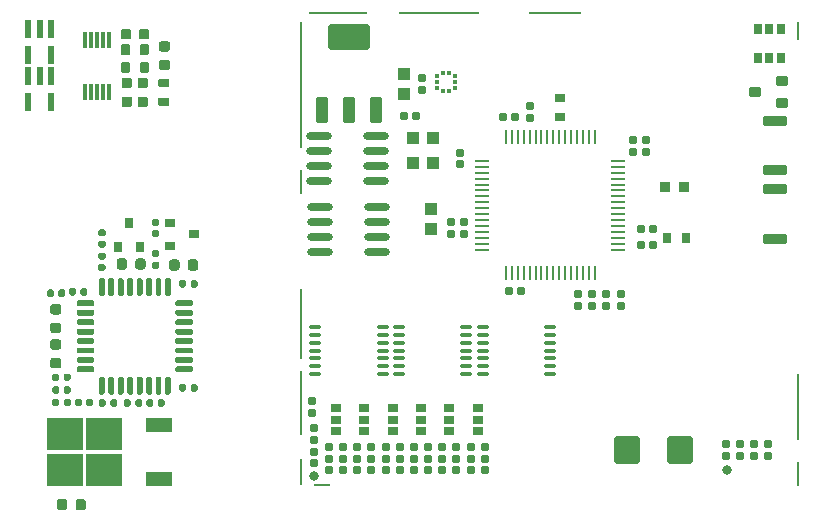
<source format=gtp>
G75*
G70*
%OFA0B0*%
%FSLAX25Y25*%
%IPPOS*%
%LPD*%
%AMOC8*
5,1,8,0,0,1.08239X$1,22.5*
%
%AMM1*
21,1,0.027560,0.018900,0.000000,0.000000,0.000000*
21,1,0.022840,0.023620,0.000000,0.000000,0.000000*
1,1,0.004720,0.011420,-0.009450*
1,1,0.004720,-0.011420,-0.009450*
1,1,0.004720,-0.011420,0.009450*
1,1,0.004720,0.011420,0.009450*
%
%AMM10*
21,1,0.039370,0.035430,0.000000,0.000000,0.000000*
21,1,0.031500,0.043310,0.000000,0.000000,0.000000*
1,1,0.007870,0.015750,-0.017720*
1,1,0.007870,-0.015750,-0.017720*
1,1,0.007870,-0.015750,0.017720*
1,1,0.007870,0.015750,0.017720*
%
%AMM11*
21,1,0.023620,0.030710,0.000000,0.000000,180.000000*
21,1,0.018900,0.035430,0.000000,0.000000,180.000000*
1,1,0.004720,-0.009450,0.015350*
1,1,0.004720,0.009450,0.015350*
1,1,0.004720,0.009450,-0.015350*
1,1,0.004720,-0.009450,-0.015350*
%
%AMM12*
21,1,0.023620,0.030710,0.000000,0.000000,270.000000*
21,1,0.018900,0.035430,0.000000,0.000000,270.000000*
1,1,0.004720,-0.015350,-0.009450*
1,1,0.004720,-0.015350,0.009450*
1,1,0.004720,0.015350,0.009450*
1,1,0.004720,0.015350,-0.009450*
%
%AMM13*
21,1,0.086610,0.073230,0.000000,0.000000,180.000000*
21,1,0.069290,0.090550,0.000000,0.000000,180.000000*
1,1,0.017320,-0.034650,0.036610*
1,1,0.017320,0.034650,0.036610*
1,1,0.017320,0.034650,-0.036610*
1,1,0.017320,-0.034650,-0.036610*
%
%AMM14*
21,1,0.031500,0.072440,0.000000,0.000000,90.000000*
21,1,0.025200,0.078740,0.000000,0.000000,90.000000*
1,1,0.006300,0.036220,0.012600*
1,1,0.006300,0.036220,-0.012600*
1,1,0.006300,-0.036220,-0.012600*
1,1,0.006300,-0.036220,0.012600*
%
%AMM15*
21,1,0.039370,0.035430,0.000000,0.000000,270.000000*
21,1,0.031500,0.043310,0.000000,0.000000,270.000000*
1,1,0.007870,-0.017720,-0.015750*
1,1,0.007870,-0.017720,0.015750*
1,1,0.007870,0.017720,0.015750*
1,1,0.007870,0.017720,-0.015750*
%
%AMM2*
21,1,0.027560,0.030710,0.000000,0.000000,0.000000*
21,1,0.022050,0.036220,0.000000,0.000000,0.000000*
1,1,0.005510,0.011020,-0.015350*
1,1,0.005510,-0.011020,-0.015350*
1,1,0.005510,-0.011020,0.015350*
1,1,0.005510,0.011020,0.015350*
%
%AMM3*
21,1,0.027560,0.018900,0.000000,0.000000,90.000000*
21,1,0.022840,0.023620,0.000000,0.000000,90.000000*
1,1,0.004720,0.009450,0.011420*
1,1,0.004720,0.009450,-0.011420*
1,1,0.004720,-0.009450,-0.011420*
1,1,0.004720,-0.009450,0.011420*
%
%AMM4*
21,1,0.033470,0.026770,0.000000,0.000000,0.000000*
21,1,0.026770,0.033470,0.000000,0.000000,0.000000*
1,1,0.006690,0.013390,-0.013390*
1,1,0.006690,-0.013390,-0.013390*
1,1,0.006690,-0.013390,0.013390*
1,1,0.006690,0.013390,0.013390*
%
%AMM5*
21,1,0.027560,0.030710,0.000000,0.000000,90.000000*
21,1,0.022050,0.036220,0.000000,0.000000,90.000000*
1,1,0.005510,0.015350,0.011020*
1,1,0.005510,0.015350,-0.011020*
1,1,0.005510,-0.015350,-0.011020*
1,1,0.005510,-0.015350,0.011020*
%
%AMM6*
21,1,0.035430,0.030320,0.000000,0.000000,90.000000*
21,1,0.028350,0.037400,0.000000,0.000000,90.000000*
1,1,0.007090,0.015160,0.014170*
1,1,0.007090,0.015160,-0.014170*
1,1,0.007090,-0.015160,-0.014170*
1,1,0.007090,-0.015160,0.014170*
%
%AMM7*
21,1,0.043310,0.075980,0.000000,0.000000,0.000000*
21,1,0.034650,0.084650,0.000000,0.000000,0.000000*
1,1,0.008660,0.017320,-0.037990*
1,1,0.008660,-0.017320,-0.037990*
1,1,0.008660,-0.017320,0.037990*
1,1,0.008660,0.017320,0.037990*
%
%AMM8*
21,1,0.043310,0.075990,0.000000,0.000000,0.000000*
21,1,0.034650,0.084650,0.000000,0.000000,0.000000*
1,1,0.008660,0.017320,-0.037990*
1,1,0.008660,-0.017320,-0.037990*
1,1,0.008660,-0.017320,0.037990*
1,1,0.008660,0.017320,0.037990*
%
%AMM86*
21,1,0.021650,0.052760,0.000000,-0.000000,180.000000*
21,1,0.017320,0.057090,0.000000,-0.000000,180.000000*
1,1,0.004330,-0.008660,0.026380*
1,1,0.004330,0.008660,0.026380*
1,1,0.004330,0.008660,-0.026380*
1,1,0.004330,-0.008660,-0.026380*
%
%AMM9*
21,1,0.137800,0.067720,0.000000,0.000000,0.000000*
21,1,0.120870,0.084650,0.000000,0.000000,0.000000*
1,1,0.016930,0.060430,-0.033860*
1,1,0.016930,-0.060430,-0.033860*
1,1,0.016930,-0.060430,0.033860*
1,1,0.016930,0.060430,0.033860*
%
%ADD140R,0.03543X0.03150*%
%ADD144R,0.03150X0.03543*%
%ADD181R,0.08661X0.04724*%
%ADD185R,0.12008X0.10827*%
%ADD188R,0.01181X0.05512*%
%ADD19R,0.00787X0.09055*%
%ADD20R,0.00787X0.42126*%
%ADD209M86*%
%ADD21R,0.00787X0.08268*%
%ADD22R,0.00787X0.23622*%
%ADD23R,0.00787X0.21260*%
%ADD24R,0.05512X0.00787*%
%ADD25R,0.19685X0.00787*%
%ADD26R,0.26772X0.00787*%
%ADD27R,0.17717X0.00787*%
%ADD28R,0.00787X0.06299*%
%ADD29R,0.00787X0.22441*%
%ADD30R,0.00787X0.07874*%
%ADD48M1*%
%ADD49R,0.04331X0.03937*%
%ADD50M2*%
%ADD51M3*%
%ADD52O,0.04724X0.00984*%
%ADD53O,0.00984X0.04724*%
%ADD54M4*%
%ADD55M5*%
%ADD56O,0.08661X0.02362*%
%ADD57M6*%
%ADD58M7*%
%ADD59M8*%
%ADD60M9*%
%ADD61M10*%
%ADD62M11*%
%ADD63M12*%
%ADD64M13*%
%ADD65C,0.03150*%
%ADD66M14*%
%ADD67O,0.04331X0.01181*%
%ADD68R,0.01476X0.01378*%
%ADD69R,0.01378X0.01476*%
%ADD70M15*%
X0000000Y0000000D02*
%LPD*%
G01*
D19*
X0238039Y0115409D03*
D20*
X0238039Y0244543D03*
D21*
X0238039Y0212260D03*
D22*
X0238039Y0164819D03*
D23*
X0238039Y0138441D03*
D24*
X0245126Y0111276D03*
D25*
X0250638Y0268362D03*
D26*
X0284102Y0268362D03*
D27*
X0322882Y0268362D03*
D28*
X0403787Y0262457D03*
D29*
X0403787Y0137063D03*
D30*
X0403787Y0114819D03*
X0237646Y0110882D02*
G01*
G75*
D48*
X0288040Y0198677D02*
D03*
X0288040Y0194740D02*
D03*
X0242370Y0122299D02*
D03*
X0242370Y0118362D02*
D03*
X0389221Y0124662D02*
D03*
X0389221Y0120725D02*
D03*
X0379969Y0120765D02*
D03*
X0379969Y0124702D02*
D03*
X0384496Y0124702D02*
D03*
X0384496Y0120765D02*
D03*
X0291091Y0217969D02*
D03*
X0291091Y0221906D02*
D03*
X0344785Y0170921D02*
D03*
X0344785Y0174858D02*
D03*
X0292567Y0194740D02*
D03*
X0292567Y0198677D02*
D03*
X0340008Y0170921D02*
D03*
X0340008Y0174858D02*
D03*
X0335284Y0174858D02*
D03*
X0335284Y0170921D02*
D03*
X0330559Y0174858D02*
D03*
X0330559Y0170921D02*
D03*
X0314418Y0233382D02*
D03*
X0314418Y0237319D02*
D03*
X0348867Y0226039D02*
D03*
X0348867Y0222103D02*
D03*
X0353197Y0222103D02*
D03*
X0353197Y0226039D02*
D03*
X0285284Y0119937D02*
D03*
X0285284Y0116000D02*
D03*
X0299457Y0119937D02*
D03*
X0299457Y0116000D02*
D03*
X0393748Y0124662D02*
D03*
X0393748Y0120725D02*
D03*
X0241977Y0139032D02*
D03*
X0241977Y0135095D02*
D03*
X0247489Y0119937D02*
D03*
X0247489Y0123874D02*
D03*
X0252213Y0119937D02*
D03*
X0252213Y0123874D02*
D03*
X0256937Y0119937D02*
D03*
X0256937Y0123874D02*
D03*
X0261662Y0119937D02*
D03*
X0261662Y0123874D02*
D03*
X0247489Y0119937D02*
D03*
X0247489Y0116000D02*
D03*
X0252213Y0119937D02*
D03*
X0252213Y0116000D02*
D03*
X0256937Y0119937D02*
D03*
X0256937Y0116000D02*
D03*
X0261662Y0119937D02*
D03*
X0261662Y0116000D02*
D03*
X0266386Y0119937D02*
D03*
X0266386Y0123874D02*
D03*
X0271111Y0119937D02*
D03*
X0271111Y0123874D02*
D03*
X0275835Y0119937D02*
D03*
X0275835Y0123874D02*
D03*
X0280677Y0119937D02*
D03*
X0280677Y0123874D02*
D03*
X0266386Y0119937D02*
D03*
X0266386Y0116000D02*
D03*
X0271111Y0119937D02*
D03*
X0271111Y0116000D02*
D03*
X0275835Y0119937D02*
D03*
X0275835Y0116000D02*
D03*
X0280559Y0119937D02*
D03*
X0280559Y0116000D02*
D03*
X0285284Y0119937D02*
D03*
X0285284Y0123874D02*
D03*
X0290008Y0119937D02*
D03*
X0290008Y0123874D02*
D03*
X0294733Y0119937D02*
D03*
X0294733Y0123874D02*
D03*
X0299457Y0119937D02*
D03*
X0299457Y0123874D02*
D03*
X0290008Y0119937D02*
D03*
X0290008Y0116000D02*
D03*
X0294733Y0119937D02*
D03*
X0294733Y0116000D02*
D03*
X0242370Y0129976D02*
D03*
X0242370Y0126039D02*
D03*
X0278591Y0242772D02*
D03*
X0278591Y0246709D02*
D03*
D49*
X0281544Y0196512D02*
D03*
X0281544Y0203205D02*
D03*
D50*
X0360087Y0193559D02*
D03*
X0366386Y0193559D02*
D03*
D51*
X0307528Y0175843D02*
D03*
X0311465Y0175843D02*
D03*
X0309496Y0233717D02*
D03*
X0305559Y0233717D02*
D03*
X0355559Y0191197D02*
D03*
X0351622Y0191197D02*
D03*
X0355559Y0196315D02*
D03*
X0351622Y0196315D02*
D03*
X0272685Y0234110D02*
D03*
X0276622Y0234110D02*
D03*
D52*
X0298670Y0219150D02*
D03*
X0298670Y0217181D02*
D03*
X0298670Y0215213D02*
D03*
X0298670Y0213244D02*
D03*
X0298670Y0211276D02*
D03*
X0298670Y0209307D02*
D03*
X0298670Y0207339D02*
D03*
X0298670Y0205370D02*
D03*
X0298670Y0203402D02*
D03*
X0298670Y0201433D02*
D03*
X0298670Y0199465D02*
D03*
X0298670Y0197496D02*
D03*
X0298670Y0195528D02*
D03*
X0298670Y0193559D02*
D03*
X0298670Y0191591D02*
D03*
X0298670Y0189622D02*
D03*
X0343945Y0189622D02*
D03*
X0343945Y0191591D02*
D03*
X0343945Y0193559D02*
D03*
X0343945Y0195528D02*
D03*
X0343945Y0197496D02*
D03*
X0343945Y0199465D02*
D03*
X0343945Y0201433D02*
D03*
X0343945Y0203402D02*
D03*
X0343945Y0205370D02*
D03*
X0343945Y0207339D02*
D03*
X0343945Y0209307D02*
D03*
X0343945Y0211276D02*
D03*
X0343945Y0213244D02*
D03*
X0343945Y0215213D02*
D03*
X0343945Y0217181D02*
D03*
X0343945Y0219150D02*
D03*
D53*
X0306544Y0181748D02*
D03*
X0308512Y0181748D02*
D03*
X0310481Y0181748D02*
D03*
X0312449Y0181748D02*
D03*
X0314418Y0181748D02*
D03*
X0316386Y0181748D02*
D03*
X0318355Y0181748D02*
D03*
X0320323Y0181748D02*
D03*
X0322292Y0181748D02*
D03*
X0324260Y0181748D02*
D03*
X0326229Y0181748D02*
D03*
X0328197Y0181748D02*
D03*
X0330166Y0181748D02*
D03*
X0332134Y0181748D02*
D03*
X0334103Y0181748D02*
D03*
X0336071Y0181748D02*
D03*
X0336071Y0227024D02*
D03*
X0334103Y0227024D02*
D03*
X0332134Y0227024D02*
D03*
X0330166Y0227024D02*
D03*
X0328197Y0227024D02*
D03*
X0326229Y0227024D02*
D03*
X0324260Y0227024D02*
D03*
X0322292Y0227024D02*
D03*
X0320323Y0227024D02*
D03*
X0318355Y0227024D02*
D03*
X0316386Y0227024D02*
D03*
X0314418Y0227024D02*
D03*
X0312449Y0227024D02*
D03*
X0310481Y0227024D02*
D03*
X0308512Y0227024D02*
D03*
X0306544Y0227024D02*
D03*
D54*
X0359496Y0210488D02*
D03*
X0365717Y0210488D02*
D03*
D55*
X0324457Y0240016D02*
D03*
X0324457Y0233717D02*
D03*
D56*
X0263434Y0188815D02*
D03*
X0263434Y0193815D02*
D03*
X0263434Y0198815D02*
D03*
X0263434Y0203815D02*
D03*
X0244536Y0188815D02*
D03*
X0244536Y0193815D02*
D03*
X0244536Y0198815D02*
D03*
X0244536Y0203815D02*
D03*
X0244339Y0227439D02*
D03*
X0244339Y0222439D02*
D03*
X0244339Y0217439D02*
D03*
X0244339Y0212439D02*
D03*
X0263237Y0227439D02*
D03*
X0263237Y0222439D02*
D03*
X0263237Y0217439D02*
D03*
X0263237Y0212439D02*
D03*
D23*
X0238040Y0138441D02*
D03*
D19*
X0238040Y0115410D02*
D03*
D22*
X0238040Y0164819D02*
D03*
D30*
X0403788Y0114819D02*
D03*
D21*
X0238040Y0212260D02*
D03*
D20*
X0238040Y0244543D02*
D03*
D25*
X0250638Y0268362D02*
D03*
D26*
X0284103Y0268362D02*
D03*
D27*
X0322882Y0268362D02*
D03*
D29*
X0403788Y0137063D02*
D03*
D28*
X0403788Y0262457D02*
D03*
D24*
X0245126Y0111276D02*
D03*
D57*
X0398676Y0238394D02*
D03*
X0389424Y0242134D02*
D03*
D57*
X0398676Y0245874D02*
D03*
D58*
X0245126Y0236079D02*
D03*
X0263237Y0236079D02*
D03*
D59*
X0254181Y0236079D02*
D03*
D60*
X0254181Y0260488D02*
D03*
D61*
X0275441Y0226827D02*
D03*
X0282134Y0226827D02*
D03*
X0275441Y0218559D02*
D03*
X0282134Y0218559D02*
D03*
D62*
X0398077Y0263021D02*
D03*
X0394337Y0263021D02*
D03*
X0390596Y0263021D02*
D03*
X0390596Y0253572D02*
D03*
X0394337Y0253572D02*
D03*
X0398077Y0253572D02*
D03*
D63*
X0297095Y0136669D02*
D03*
X0297095Y0132929D02*
D03*
X0297095Y0129189D02*
D03*
X0287646Y0129189D02*
D03*
X0287646Y0132929D02*
D03*
X0287646Y0136669D02*
D03*
X0259300Y0136669D02*
D03*
X0259300Y0132929D02*
D03*
X0259300Y0129189D02*
D03*
X0249851Y0129189D02*
D03*
X0249851Y0132929D02*
D03*
X0249851Y0136669D02*
D03*
X0278197Y0136669D02*
D03*
X0278197Y0132929D02*
D03*
X0278197Y0129189D02*
D03*
X0268748Y0129189D02*
D03*
X0268748Y0132929D02*
D03*
X0268748Y0136669D02*
D03*
D64*
X0364615Y0122693D02*
D03*
X0346898Y0122693D02*
D03*
D65*
X0380048Y0116000D02*
D03*
X0242370Y0114032D02*
D03*
D66*
X0396307Y0232535D02*
D03*
X0396307Y0216000D02*
D03*
X0396307Y0193166D02*
D03*
X0396307Y0209701D02*
D03*
D67*
X0293355Y0148284D02*
D03*
X0293355Y0150843D02*
D03*
X0293355Y0153402D02*
D03*
X0293355Y0155961D02*
D03*
X0293355Y0158520D02*
D03*
X0293355Y0161079D02*
D03*
X0293355Y0163638D02*
D03*
X0270914Y0148284D02*
D03*
X0270914Y0150843D02*
D03*
X0270914Y0153402D02*
D03*
X0270914Y0155961D02*
D03*
X0270914Y0158520D02*
D03*
X0270914Y0161079D02*
D03*
X0270914Y0163638D02*
D03*
X0265402Y0148284D02*
D03*
X0265402Y0150843D02*
D03*
X0265402Y0153402D02*
D03*
X0265402Y0155961D02*
D03*
X0265402Y0158520D02*
D03*
X0265402Y0161079D02*
D03*
X0265402Y0163638D02*
D03*
X0242961Y0148284D02*
D03*
X0242961Y0150843D02*
D03*
X0242961Y0153402D02*
D03*
X0242961Y0155961D02*
D03*
X0242961Y0158520D02*
D03*
X0242961Y0161079D02*
D03*
X0242961Y0163638D02*
D03*
X0321307Y0148284D02*
D03*
X0321307Y0150843D02*
D03*
X0321307Y0153402D02*
D03*
X0321307Y0155961D02*
D03*
X0321307Y0158520D02*
D03*
X0321307Y0161079D02*
D03*
X0321307Y0163638D02*
D03*
X0298867Y0148284D02*
D03*
X0298867Y0150843D02*
D03*
X0298867Y0153402D02*
D03*
X0298867Y0155961D02*
D03*
X0298867Y0158520D02*
D03*
X0298867Y0161079D02*
D03*
X0298867Y0163638D02*
D03*
D68*
X0283463Y0243559D02*
D03*
X0283463Y0245528D02*
D03*
X0283463Y0247496D02*
D03*
X0289467Y0247496D02*
D03*
X0289467Y0245528D02*
D03*
X0289467Y0243559D02*
D03*
D69*
X0285481Y0248530D02*
D03*
X0287449Y0248530D02*
D03*
X0287449Y0242526D02*
D03*
X0285481Y0242526D02*
D03*
D70*
X0272587Y0241591D02*
D03*
X0272587Y0248284D02*
D03*
X0150933Y0205366D02*
%LPD*%
G01*
G36*
G01*
X0186642Y0137758D02*
X0186642Y0139116D01*
G75*
G02*
X0187222Y0139697I0000581J0000000D01*
G01*
X0188384Y0139697D01*
G75*
G02*
X0188964Y0139116I0000000J-000581D01*
G01*
X0188964Y0137758D01*
G75*
G02*
X0188384Y0137177I-000581J0000000D01*
G01*
X0187222Y0137177D01*
G75*
G02*
X0186642Y0137758I0000000J0000581D01*
G01*
G37*
G36*
G01*
X0190461Y0137758D02*
X0190461Y0139116D01*
G75*
G02*
X0191041Y0139697I0000581J0000000D01*
G01*
X0192203Y0139697D01*
G75*
G02*
X0192783Y0139116I0000000J-000581D01*
G01*
X0192783Y0137758D01*
G75*
G02*
X0192203Y0137177I-000581J0000000D01*
G01*
X0191041Y0137177D01*
G75*
G02*
X0190461Y0137758I0000000J0000581D01*
G01*
G37*
G36*
G01*
X0171218Y0196331D02*
X0172577Y0196331D01*
G75*
G02*
X0173157Y0195750I0000000J-000581D01*
G01*
X0173157Y0194588D01*
G75*
G02*
X0172577Y0194008I-000581J0000000D01*
G01*
X0171218Y0194008D01*
G75*
G02*
X0170638Y0194588I0000000J0000581D01*
G01*
X0170638Y0195750D01*
G75*
G02*
X0171218Y0196331I0000581J0000000D01*
G01*
G37*
G36*
G01*
X0171218Y0192512D02*
X0172577Y0192512D01*
G75*
G02*
X0173157Y0191931I0000000J-000581D01*
G01*
X0173157Y0190770D01*
G75*
G02*
X0172577Y0190189I-000581J0000000D01*
G01*
X0171218Y0190189D01*
G75*
G02*
X0170638Y0190770I0000000J0000581D01*
G01*
X0170638Y0191931D01*
G75*
G02*
X0171218Y0192512I0000581J0000000D01*
G01*
G37*
G36*
G01*
X0186415Y0185804D02*
X0186415Y0183786D01*
G75*
G02*
X0185554Y0182925I-000861J0000000D01*
G01*
X0183832Y0182925D01*
G75*
G02*
X0182970Y0183786I0000000J0000861D01*
G01*
X0182970Y0185804D01*
G75*
G02*
X0183832Y0186665I0000861J0000000D01*
G01*
X0185554Y0186665D01*
G75*
G02*
X0186415Y0185804I0000000J-000861D01*
G01*
G37*
G36*
G01*
X0180214Y0185804D02*
X0180214Y0183786D01*
G75*
G02*
X0179353Y0182925I-000861J0000000D01*
G01*
X0177631Y0182925D01*
G75*
G02*
X0176770Y0183786I0000000J0000861D01*
G01*
X0176770Y0185804D01*
G75*
G02*
X0177631Y0186665I0000861J0000000D01*
G01*
X0179353Y0186665D01*
G75*
G02*
X0180214Y0185804I0000000J-000861D01*
G01*
G37*
G36*
G01*
X0161386Y0139313D02*
X0161386Y0137955D01*
G75*
G02*
X0160805Y0137374I-000581J0000000D01*
G01*
X0159644Y0137374D01*
G75*
G02*
X0159063Y0137955I0000000J0000581D01*
G01*
X0159063Y0139313D01*
G75*
G02*
X0159644Y0139894I0000581J0000000D01*
G01*
X0160805Y0139894D01*
G75*
G02*
X0161386Y0139313I0000000J-000581D01*
G01*
G37*
G36*
G01*
X0157567Y0139313D02*
X0157567Y0137955D01*
G75*
G02*
X0156986Y0137374I-000581J0000000D01*
G01*
X0155825Y0137374D01*
G75*
G02*
X0155244Y0137955I0000000J0000581D01*
G01*
X0155244Y0139313D01*
G75*
G02*
X0155825Y0139894I0000581J0000000D01*
G01*
X0156986Y0139894D01*
G75*
G02*
X0157567Y0139313I0000000J-000581D01*
G01*
G37*
D144*
X0177213Y0190504D03*
X0184693Y0190504D03*
X0180953Y0198378D03*
G36*
G01*
X0161386Y0143496D02*
X0161386Y0142138D01*
G75*
G02*
X0160805Y0141557I-000581J0000000D01*
G01*
X0159644Y0141557D01*
G75*
G02*
X0159063Y0142138I0000000J0000581D01*
G01*
X0159063Y0143496D01*
G75*
G02*
X0159644Y0144077I0000581J0000000D01*
G01*
X0160805Y0144077D01*
G75*
G02*
X0161386Y0143496I0000000J-000581D01*
G01*
G37*
G36*
G01*
X0157567Y0143496D02*
X0157567Y0142138D01*
G75*
G02*
X0156986Y0141557I-000581J0000000D01*
G01*
X0155825Y0141557D01*
G75*
G02*
X0155244Y0142138I0000000J0000581D01*
G01*
X0155244Y0143496D01*
G75*
G02*
X0155825Y0144077I0000581J0000000D01*
G01*
X0156986Y0144077D01*
G75*
G02*
X0157567Y0143496I0000000J-000581D01*
G01*
G37*
G36*
G01*
X0185303Y0139116D02*
X0185303Y0137758D01*
G75*
G02*
X0184722Y0137177I-000581J0000000D01*
G01*
X0183561Y0137177D01*
G75*
G02*
X0182980Y0137758I0000000J0000581D01*
G01*
X0182980Y0139116D01*
G75*
G02*
X0183561Y0139697I0000581J0000000D01*
G01*
X0184722Y0139697D01*
G75*
G02*
X0185303Y0139116I0000000J-000581D01*
G01*
G37*
G36*
G01*
X0181484Y0139116D02*
X0181484Y0137758D01*
G75*
G02*
X0180903Y0137177I-000581J0000000D01*
G01*
X0179742Y0137177D01*
G75*
G02*
X0179161Y0137758I0000000J0000581D01*
G01*
X0179161Y0139116D01*
G75*
G02*
X0179742Y0139697I0000581J0000000D01*
G01*
X0180903Y0139697D01*
G75*
G02*
X0181484Y0139116I0000000J-000581D01*
G01*
G37*
G36*
G01*
X0197567Y0142876D02*
X0197567Y0144234D01*
G75*
G02*
X0198148Y0144815I0000581J0000000D01*
G01*
X0199309Y0144815D01*
G75*
G02*
X0199890Y0144234I0000000J-000581D01*
G01*
X0199890Y0142876D01*
G75*
G02*
X0199309Y0142295I-000581J0000000D01*
G01*
X0198148Y0142295D01*
G75*
G02*
X0197567Y0142876I0000000J0000581D01*
G01*
G37*
G36*
G01*
X0201386Y0142876D02*
X0201386Y0144234D01*
G75*
G02*
X0201966Y0144815I0000581J0000000D01*
G01*
X0203128Y0144815D01*
G75*
G02*
X0203709Y0144234I0000000J-000581D01*
G01*
X0203709Y0142876D01*
G75*
G02*
X0203128Y0142295I-000581J0000000D01*
G01*
X0201966Y0142295D01*
G75*
G02*
X0201386Y0142876I0000000J0000581D01*
G01*
G37*
G36*
G01*
X0170795Y0137758D02*
X0170795Y0139116D01*
G75*
G02*
X0171376Y0139697I0000581J0000000D01*
G01*
X0172537Y0139697D01*
G75*
G02*
X0173118Y0139116I0000000J-000581D01*
G01*
X0173118Y0137758D01*
G75*
G02*
X0172537Y0137177I-000581J0000000D01*
G01*
X0171376Y0137177D01*
G75*
G02*
X0170795Y0137758I0000000J0000581D01*
G01*
G37*
G36*
G01*
X0174614Y0137758D02*
X0174614Y0139116D01*
G75*
G02*
X0175195Y0139697I0000581J0000000D01*
G01*
X0176356Y0139697D01*
G75*
G02*
X0176937Y0139116I0000000J-000581D01*
G01*
X0176937Y0137758D01*
G75*
G02*
X0176356Y0137177I-000581J0000000D01*
G01*
X0175195Y0137177D01*
G75*
G02*
X0174614Y0137758I0000000J0000581D01*
G01*
G37*
G36*
G01*
X0197567Y0177522D02*
X0197567Y0178880D01*
G75*
G02*
X0198148Y0179460I0000581J0000000D01*
G01*
X0199309Y0179460D01*
G75*
G02*
X0199890Y0178880I0000000J-000581D01*
G01*
X0199890Y0177522D01*
G75*
G02*
X0199309Y0176941I-000581J0000000D01*
G01*
X0198148Y0176941D01*
G75*
G02*
X0197567Y0177522I0000000J0000581D01*
G01*
G37*
G36*
G01*
X0201386Y0177522D02*
X0201386Y0178880D01*
G75*
G02*
X0201966Y0179460I0000581J0000000D01*
G01*
X0203128Y0179460D01*
G75*
G02*
X0203709Y0178880I0000000J-000581D01*
G01*
X0203709Y0177522D01*
G75*
G02*
X0203128Y0176941I-000581J0000000D01*
G01*
X0201966Y0176941D01*
G75*
G02*
X0201386Y0177522I0000000J0000581D01*
G01*
G37*
D185*
X0172685Y0116055D03*
X0172685Y0128063D03*
X0159496Y0116055D03*
X0159496Y0128063D03*
D181*
X0190894Y0113083D03*
X0190894Y0131035D03*
G36*
G01*
X0171120Y0188555D02*
X0172478Y0188555D01*
G75*
G02*
X0173059Y0187974I0000000J-000581D01*
G01*
X0173059Y0186813D01*
G75*
G02*
X0172478Y0186232I-000581J0000000D01*
G01*
X0171120Y0186232D01*
G75*
G02*
X0170539Y0186813I0000000J0000581D01*
G01*
X0170539Y0187974D01*
G75*
G02*
X0171120Y0188555I0000581J0000000D01*
G01*
G37*
G36*
G01*
X0171120Y0184736D02*
X0172478Y0184736D01*
G75*
G02*
X0173059Y0184155I0000000J-000581D01*
G01*
X0173059Y0182994D01*
G75*
G02*
X0172478Y0182413I-000581J0000000D01*
G01*
X0171120Y0182413D01*
G75*
G02*
X0170539Y0182994I0000000J0000581D01*
G01*
X0170539Y0184155D01*
G75*
G02*
X0171120Y0184736I0000581J0000000D01*
G01*
G37*
G36*
G01*
X0157454Y0150051D02*
X0155436Y0150051D01*
G75*
G02*
X0154575Y0150912I0000000J0000861D01*
G01*
X0154575Y0152635D01*
G75*
G02*
X0155436Y0153496I0000861J0000000D01*
G01*
X0157454Y0153496D01*
G75*
G02*
X0158315Y0152635I0000000J-000861D01*
G01*
X0158315Y0150912D01*
G75*
G02*
X0157454Y0150051I-000861J0000000D01*
G01*
G37*
G36*
G01*
X0157454Y0156252D02*
X0155436Y0156252D01*
G75*
G02*
X0154575Y0157113I0000000J0000861D01*
G01*
X0154575Y0158835D01*
G75*
G02*
X0155436Y0159697I0000861J0000000D01*
G01*
X0157454Y0159697D01*
G75*
G02*
X0158315Y0158835I0000000J-000861D01*
G01*
X0158315Y0157113D01*
G75*
G02*
X0157454Y0156252I-000861J0000000D01*
G01*
G37*
G36*
G01*
X0161386Y0147679D02*
X0161386Y0146321D01*
G75*
G02*
X0160805Y0145740I-000581J0000000D01*
G01*
X0159644Y0145740D01*
G75*
G02*
X0159063Y0146321I0000000J0000581D01*
G01*
X0159063Y0147679D01*
G75*
G02*
X0159644Y0148260I0000581J0000000D01*
G01*
X0160805Y0148260D01*
G75*
G02*
X0161386Y0147679I0000000J-000581D01*
G01*
G37*
G36*
G01*
X0157567Y0147679D02*
X0157567Y0146321D01*
G75*
G02*
X0156986Y0145740I-000581J0000000D01*
G01*
X0155825Y0145740D01*
G75*
G02*
X0155244Y0146321I0000000J0000581D01*
G01*
X0155244Y0147679D01*
G75*
G02*
X0155825Y0148260I0000581J0000000D01*
G01*
X0156986Y0148260D01*
G75*
G02*
X0157567Y0147679I0000000J-000581D01*
G01*
G37*
G36*
G01*
X0156839Y0103570D02*
X0156839Y0105587D01*
G75*
G02*
X0157700Y0106449I0000861J0000000D01*
G01*
X0159422Y0106449D01*
G75*
G02*
X0160283Y0105587I0000000J-000861D01*
G01*
X0160283Y0103570D01*
G75*
G02*
X0159422Y0102709I-000861J0000000D01*
G01*
X0157700Y0102709D01*
G75*
G02*
X0156839Y0103570I0000000J0000861D01*
G01*
G37*
G36*
G01*
X0163039Y0103570D02*
X0163039Y0105587D01*
G75*
G02*
X0163901Y0106449I0000861J0000000D01*
G01*
X0165623Y0106449D01*
G75*
G02*
X0166484Y0105587I0000000J-000861D01*
G01*
X0166484Y0103570D01*
G75*
G02*
X0165623Y0102709I-000861J0000000D01*
G01*
X0163901Y0102709D01*
G75*
G02*
X0163039Y0103570I0000000J0000861D01*
G01*
G37*
G36*
G01*
X0155436Y0171409D02*
X0157454Y0171409D01*
G75*
G02*
X0158315Y0170548I0000000J-000861D01*
G01*
X0158315Y0168826D01*
G75*
G02*
X0157454Y0167964I-000861J0000000D01*
G01*
X0155436Y0167964D01*
G75*
G02*
X0154575Y0168826I0000000J0000861D01*
G01*
X0154575Y0170548D01*
G75*
G02*
X0155436Y0171409I0000861J0000000D01*
G01*
G37*
G36*
G01*
X0155436Y0165209D02*
X0157454Y0165209D01*
G75*
G02*
X0158315Y0164347I0000000J-000861D01*
G01*
X0158315Y0162625D01*
G75*
G02*
X0157454Y0161764I-000861J0000000D01*
G01*
X0155436Y0161764D01*
G75*
G02*
X0154575Y0162625I0000000J0000861D01*
G01*
X0154575Y0164347D01*
G75*
G02*
X0155436Y0165209I0000861J0000000D01*
G01*
G37*
G36*
G01*
X0159614Y0175730D02*
X0159614Y0174372D01*
G75*
G02*
X0159033Y0173791I-000581J0000000D01*
G01*
X0157872Y0173791D01*
G75*
G02*
X0157291Y0174372I0000000J0000581D01*
G01*
X0157291Y0175730D01*
G75*
G02*
X0157872Y0176311I0000581J0000000D01*
G01*
X0159033Y0176311D01*
G75*
G02*
X0159614Y0175730I0000000J-000581D01*
G01*
G37*
G36*
G01*
X0155795Y0175730D02*
X0155795Y0174372D01*
G75*
G02*
X0155214Y0173791I-000581J0000000D01*
G01*
X0154053Y0173791D01*
G75*
G02*
X0153472Y0174372I0000000J0000581D01*
G01*
X0153472Y0175730D01*
G75*
G02*
X0154053Y0176311I0000581J0000000D01*
G01*
X0155214Y0176311D01*
G75*
G02*
X0155795Y0175730I0000000J-000581D01*
G01*
G37*
G36*
G01*
X0172291Y0141291D02*
X0171307Y0141291D01*
G75*
G02*
X0170815Y0141783I0000000J0000492D01*
G01*
X0170815Y0146705D01*
G75*
G02*
X0171307Y0147197I0000492J0000000D01*
G01*
X0172291Y0147197D01*
G75*
G02*
X0172783Y0146705I0000000J-000492D01*
G01*
X0172783Y0141783D01*
G75*
G02*
X0172291Y0141291I-000492J0000000D01*
G01*
G37*
G36*
G01*
X0175441Y0141291D02*
X0174457Y0141291D01*
G75*
G02*
X0173964Y0141783I0000000J0000492D01*
G01*
X0173964Y0146705D01*
G75*
G02*
X0174457Y0147197I0000492J0000000D01*
G01*
X0175441Y0147197D01*
G75*
G02*
X0175933Y0146705I0000000J-000492D01*
G01*
X0175933Y0141783D01*
G75*
G02*
X0175441Y0141291I-000492J0000000D01*
G01*
G37*
G36*
G01*
X0178590Y0141291D02*
X0177606Y0141291D01*
G75*
G02*
X0177114Y0141783I0000000J0000492D01*
G01*
X0177114Y0146705D01*
G75*
G02*
X0177606Y0147197I0000492J0000000D01*
G01*
X0178590Y0147197D01*
G75*
G02*
X0179083Y0146705I0000000J-000492D01*
G01*
X0179083Y0141783D01*
G75*
G02*
X0178590Y0141291I-000492J0000000D01*
G01*
G37*
G36*
G01*
X0181740Y0141291D02*
X0180756Y0141291D01*
G75*
G02*
X0180264Y0141783I0000000J0000492D01*
G01*
X0180264Y0146705D01*
G75*
G02*
X0180756Y0147197I0000492J0000000D01*
G01*
X0181740Y0147197D01*
G75*
G02*
X0182232Y0146705I0000000J-000492D01*
G01*
X0182232Y0141783D01*
G75*
G02*
X0181740Y0141291I-000492J0000000D01*
G01*
G37*
G36*
G01*
X0184890Y0141291D02*
X0183905Y0141291D01*
G75*
G02*
X0183413Y0141783I0000000J0000492D01*
G01*
X0183413Y0146705D01*
G75*
G02*
X0183905Y0147197I0000492J0000000D01*
G01*
X0184890Y0147197D01*
G75*
G02*
X0185382Y0146705I0000000J-000492D01*
G01*
X0185382Y0141783D01*
G75*
G02*
X0184890Y0141291I-000492J0000000D01*
G01*
G37*
G36*
G01*
X0188039Y0141291D02*
X0187055Y0141291D01*
G75*
G02*
X0186563Y0141783I0000000J0000492D01*
G01*
X0186563Y0146705D01*
G75*
G02*
X0187055Y0147197I0000492J0000000D01*
G01*
X0188039Y0147197D01*
G75*
G02*
X0188531Y0146705I0000000J-000492D01*
G01*
X0188531Y0141783D01*
G75*
G02*
X0188039Y0141291I-000492J0000000D01*
G01*
G37*
G36*
G01*
X0191189Y0141291D02*
X0190205Y0141291D01*
G75*
G02*
X0189713Y0141783I0000000J0000492D01*
G01*
X0189713Y0146705D01*
G75*
G02*
X0190205Y0147197I0000492J0000000D01*
G01*
X0191189Y0147197D01*
G75*
G02*
X0191681Y0146705I0000000J-000492D01*
G01*
X0191681Y0141783D01*
G75*
G02*
X0191189Y0141291I-000492J0000000D01*
G01*
G37*
G36*
G01*
X0194339Y0141291D02*
X0193354Y0141291D01*
G75*
G02*
X0192862Y0141783I0000000J0000492D01*
G01*
X0192862Y0146705D01*
G75*
G02*
X0193354Y0147197I0000492J0000000D01*
G01*
X0194339Y0147197D01*
G75*
G02*
X0194831Y0146705I0000000J-000492D01*
G01*
X0194831Y0141783D01*
G75*
G02*
X0194339Y0141291I-000492J0000000D01*
G01*
G37*
G36*
G01*
X0201720Y0148673D02*
X0196799Y0148673D01*
G75*
G02*
X0196307Y0149165I0000000J0000492D01*
G01*
X0196307Y0150149D01*
G75*
G02*
X0196799Y0150642I0000492J0000000D01*
G01*
X0201720Y0150642D01*
G75*
G02*
X0202213Y0150149I0000000J-000492D01*
G01*
X0202213Y0149165D01*
G75*
G02*
X0201720Y0148673I-000492J0000000D01*
G01*
G37*
G36*
G01*
X0201720Y0151823D02*
X0196799Y0151823D01*
G75*
G02*
X0196307Y0152315I0000000J0000492D01*
G01*
X0196307Y0153299D01*
G75*
G02*
X0196799Y0153791I0000492J0000000D01*
G01*
X0201720Y0153791D01*
G75*
G02*
X0202213Y0153299I0000000J-000492D01*
G01*
X0202213Y0152315D01*
G75*
G02*
X0201720Y0151823I-000492J0000000D01*
G01*
G37*
G36*
G01*
X0201720Y0154972D02*
X0196799Y0154972D01*
G75*
G02*
X0196307Y0155464I0000000J0000492D01*
G01*
X0196307Y0156449D01*
G75*
G02*
X0196799Y0156941I0000492J0000000D01*
G01*
X0201720Y0156941D01*
G75*
G02*
X0202213Y0156449I0000000J-000492D01*
G01*
X0202213Y0155464D01*
G75*
G02*
X0201720Y0154972I-000492J0000000D01*
G01*
G37*
G36*
G01*
X0201720Y0158122D02*
X0196799Y0158122D01*
G75*
G02*
X0196307Y0158614I0000000J0000492D01*
G01*
X0196307Y0159598D01*
G75*
G02*
X0196799Y0160090I0000492J0000000D01*
G01*
X0201720Y0160090D01*
G75*
G02*
X0202213Y0159598I0000000J-000492D01*
G01*
X0202213Y0158614D01*
G75*
G02*
X0201720Y0158122I-000492J0000000D01*
G01*
G37*
G36*
G01*
X0201720Y0161272D02*
X0196799Y0161272D01*
G75*
G02*
X0196307Y0161764I0000000J0000492D01*
G01*
X0196307Y0162748D01*
G75*
G02*
X0196799Y0163240I0000492J0000000D01*
G01*
X0201720Y0163240D01*
G75*
G02*
X0202213Y0162748I0000000J-000492D01*
G01*
X0202213Y0161764D01*
G75*
G02*
X0201720Y0161272I-000492J0000000D01*
G01*
G37*
G36*
G01*
X0201720Y0164421D02*
X0196799Y0164421D01*
G75*
G02*
X0196307Y0164913I0000000J0000492D01*
G01*
X0196307Y0165897D01*
G75*
G02*
X0196799Y0166390I0000492J0000000D01*
G01*
X0201720Y0166390D01*
G75*
G02*
X0202213Y0165897I0000000J-000492D01*
G01*
X0202213Y0164913D01*
G75*
G02*
X0201720Y0164421I-000492J0000000D01*
G01*
G37*
G36*
G01*
X0201720Y0167571D02*
X0196799Y0167571D01*
G75*
G02*
X0196307Y0168063I0000000J0000492D01*
G01*
X0196307Y0169047D01*
G75*
G02*
X0196799Y0169539I0000492J0000000D01*
G01*
X0201720Y0169539D01*
G75*
G02*
X0202213Y0169047I0000000J-000492D01*
G01*
X0202213Y0168063D01*
G75*
G02*
X0201720Y0167571I-000492J0000000D01*
G01*
G37*
G36*
G01*
X0201720Y0170720D02*
X0196799Y0170720D01*
G75*
G02*
X0196307Y0171212I0000000J0000492D01*
G01*
X0196307Y0172197D01*
G75*
G02*
X0196799Y0172689I0000492J0000000D01*
G01*
X0201720Y0172689D01*
G75*
G02*
X0202213Y0172197I0000000J-000492D01*
G01*
X0202213Y0171212D01*
G75*
G02*
X0201720Y0170720I-000492J0000000D01*
G01*
G37*
G36*
G01*
X0194339Y0174165D02*
X0193354Y0174165D01*
G75*
G02*
X0192862Y0174657I0000000J0000492D01*
G01*
X0192862Y0179579D01*
G75*
G02*
X0193354Y0180071I0000492J0000000D01*
G01*
X0194339Y0180071D01*
G75*
G02*
X0194831Y0179579I0000000J-000492D01*
G01*
X0194831Y0174657D01*
G75*
G02*
X0194339Y0174165I-000492J0000000D01*
G01*
G37*
G36*
G01*
X0191189Y0174165D02*
X0190205Y0174165D01*
G75*
G02*
X0189713Y0174657I0000000J0000492D01*
G01*
X0189713Y0179579D01*
G75*
G02*
X0190205Y0180071I0000492J0000000D01*
G01*
X0191189Y0180071D01*
G75*
G02*
X0191681Y0179579I0000000J-000492D01*
G01*
X0191681Y0174657D01*
G75*
G02*
X0191189Y0174165I-000492J0000000D01*
G01*
G37*
G36*
G01*
X0188039Y0174165D02*
X0187055Y0174165D01*
G75*
G02*
X0186563Y0174657I0000000J0000492D01*
G01*
X0186563Y0179579D01*
G75*
G02*
X0187055Y0180071I0000492J0000000D01*
G01*
X0188039Y0180071D01*
G75*
G02*
X0188531Y0179579I0000000J-000492D01*
G01*
X0188531Y0174657D01*
G75*
G02*
X0188039Y0174165I-000492J0000000D01*
G01*
G37*
G36*
G01*
X0184890Y0174165D02*
X0183905Y0174165D01*
G75*
G02*
X0183413Y0174657I0000000J0000492D01*
G01*
X0183413Y0179579D01*
G75*
G02*
X0183905Y0180071I0000492J0000000D01*
G01*
X0184890Y0180071D01*
G75*
G02*
X0185382Y0179579I0000000J-000492D01*
G01*
X0185382Y0174657D01*
G75*
G02*
X0184890Y0174165I-000492J0000000D01*
G01*
G37*
G36*
G01*
X0181740Y0174165D02*
X0180756Y0174165D01*
G75*
G02*
X0180264Y0174657I0000000J0000492D01*
G01*
X0180264Y0179579D01*
G75*
G02*
X0180756Y0180071I0000492J0000000D01*
G01*
X0181740Y0180071D01*
G75*
G02*
X0182232Y0179579I0000000J-000492D01*
G01*
X0182232Y0174657D01*
G75*
G02*
X0181740Y0174165I-000492J0000000D01*
G01*
G37*
G36*
G01*
X0178590Y0174165D02*
X0177606Y0174165D01*
G75*
G02*
X0177114Y0174657I0000000J0000492D01*
G01*
X0177114Y0179579D01*
G75*
G02*
X0177606Y0180071I0000492J0000000D01*
G01*
X0178590Y0180071D01*
G75*
G02*
X0179083Y0179579I0000000J-000492D01*
G01*
X0179083Y0174657D01*
G75*
G02*
X0178590Y0174165I-000492J0000000D01*
G01*
G37*
G36*
G01*
X0175441Y0174165D02*
X0174457Y0174165D01*
G75*
G02*
X0173964Y0174657I0000000J0000492D01*
G01*
X0173964Y0179579D01*
G75*
G02*
X0174457Y0180071I0000492J0000000D01*
G01*
X0175441Y0180071D01*
G75*
G02*
X0175933Y0179579I0000000J-000492D01*
G01*
X0175933Y0174657D01*
G75*
G02*
X0175441Y0174165I-000492J0000000D01*
G01*
G37*
G36*
G01*
X0172291Y0174165D02*
X0171307Y0174165D01*
G75*
G02*
X0170815Y0174657I0000000J0000492D01*
G01*
X0170815Y0179579D01*
G75*
G02*
X0171307Y0180071I0000492J0000000D01*
G01*
X0172291Y0180071D01*
G75*
G02*
X0172783Y0179579I0000000J-000492D01*
G01*
X0172783Y0174657D01*
G75*
G02*
X0172291Y0174165I-000492J0000000D01*
G01*
G37*
G36*
G01*
X0168846Y0170720D02*
X0163925Y0170720D01*
G75*
G02*
X0163433Y0171212I0000000J0000492D01*
G01*
X0163433Y0172197D01*
G75*
G02*
X0163925Y0172689I0000492J0000000D01*
G01*
X0168846Y0172689D01*
G75*
G02*
X0169339Y0172197I0000000J-000492D01*
G01*
X0169339Y0171212D01*
G75*
G02*
X0168846Y0170720I-000492J0000000D01*
G01*
G37*
G36*
G01*
X0168846Y0167571D02*
X0163925Y0167571D01*
G75*
G02*
X0163433Y0168063I0000000J0000492D01*
G01*
X0163433Y0169047D01*
G75*
G02*
X0163925Y0169539I0000492J0000000D01*
G01*
X0168846Y0169539D01*
G75*
G02*
X0169339Y0169047I0000000J-000492D01*
G01*
X0169339Y0168063D01*
G75*
G02*
X0168846Y0167571I-000492J0000000D01*
G01*
G37*
G36*
G01*
X0168846Y0164421D02*
X0163925Y0164421D01*
G75*
G02*
X0163433Y0164913I0000000J0000492D01*
G01*
X0163433Y0165897D01*
G75*
G02*
X0163925Y0166390I0000492J0000000D01*
G01*
X0168846Y0166390D01*
G75*
G02*
X0169339Y0165897I0000000J-000492D01*
G01*
X0169339Y0164913D01*
G75*
G02*
X0168846Y0164421I-000492J0000000D01*
G01*
G37*
G36*
G01*
X0168846Y0161272D02*
X0163925Y0161272D01*
G75*
G02*
X0163433Y0161764I0000000J0000492D01*
G01*
X0163433Y0162748D01*
G75*
G02*
X0163925Y0163240I0000492J0000000D01*
G01*
X0168846Y0163240D01*
G75*
G02*
X0169339Y0162748I0000000J-000492D01*
G01*
X0169339Y0161764D01*
G75*
G02*
X0168846Y0161272I-000492J0000000D01*
G01*
G37*
G36*
G01*
X0168846Y0158122D02*
X0163925Y0158122D01*
G75*
G02*
X0163433Y0158614I0000000J0000492D01*
G01*
X0163433Y0159598D01*
G75*
G02*
X0163925Y0160090I0000492J0000000D01*
G01*
X0168846Y0160090D01*
G75*
G02*
X0169339Y0159598I0000000J-000492D01*
G01*
X0169339Y0158614D01*
G75*
G02*
X0168846Y0158122I-000492J0000000D01*
G01*
G37*
G36*
G01*
X0168846Y0154972D02*
X0163925Y0154972D01*
G75*
G02*
X0163433Y0155464I0000000J0000492D01*
G01*
X0163433Y0156449D01*
G75*
G02*
X0163925Y0156941I0000492J0000000D01*
G01*
X0168846Y0156941D01*
G75*
G02*
X0169339Y0156449I0000000J-000492D01*
G01*
X0169339Y0155464D01*
G75*
G02*
X0168846Y0154972I-000492J0000000D01*
G01*
G37*
G36*
G01*
X0168846Y0151823D02*
X0163925Y0151823D01*
G75*
G02*
X0163433Y0152315I0000000J0000492D01*
G01*
X0163433Y0153299D01*
G75*
G02*
X0163925Y0153791I0000492J0000000D01*
G01*
X0168846Y0153791D01*
G75*
G02*
X0169339Y0153299I0000000J-000492D01*
G01*
X0169339Y0152315D01*
G75*
G02*
X0168846Y0151823I-000492J0000000D01*
G01*
G37*
G36*
G01*
X0168846Y0148673D02*
X0163925Y0148673D01*
G75*
G02*
X0163433Y0149165I0000000J0000492D01*
G01*
X0163433Y0150149D01*
G75*
G02*
X0163925Y0150642I0000492J0000000D01*
G01*
X0168846Y0150642D01*
G75*
G02*
X0169339Y0150149I0000000J-000492D01*
G01*
X0169339Y0149165D01*
G75*
G02*
X0168846Y0148673I-000492J0000000D01*
G01*
G37*
G36*
G01*
X0190392Y0183299D02*
X0189033Y0183299D01*
G75*
G02*
X0188453Y0183880I0000000J0000581D01*
G01*
X0188453Y0185041D01*
G75*
G02*
X0189033Y0185622I0000581J0000000D01*
G01*
X0190392Y0185622D01*
G75*
G02*
X0190972Y0185041I0000000J-000581D01*
G01*
X0190972Y0183880D01*
G75*
G02*
X0190392Y0183299I-000581J0000000D01*
G01*
G37*
G36*
G01*
X0190392Y0187118D02*
X0189033Y0187118D01*
G75*
G02*
X0188453Y0187699I0000000J0000581D01*
G01*
X0188453Y0188860D01*
G75*
G02*
X0189033Y0189441I0000581J0000000D01*
G01*
X0190392Y0189441D01*
G75*
G02*
X0190972Y0188860I0000000J-000581D01*
G01*
X0190972Y0187699D01*
G75*
G02*
X0190392Y0187118I-000581J0000000D01*
G01*
G37*
G36*
G01*
X0166996Y0176222D02*
X0166996Y0174864D01*
G75*
G02*
X0166415Y0174283I-000581J0000000D01*
G01*
X0165254Y0174283D01*
G75*
G02*
X0164673Y0174864I0000000J0000581D01*
G01*
X0164673Y0176222D01*
G75*
G02*
X0165254Y0176803I0000581J0000000D01*
G01*
X0166415Y0176803D01*
G75*
G02*
X0166996Y0176222I0000000J-000581D01*
G01*
G37*
G36*
G01*
X0163177Y0176222D02*
X0163177Y0174864D01*
G75*
G02*
X0162596Y0174283I-000581J0000000D01*
G01*
X0161435Y0174283D01*
G75*
G02*
X0160854Y0174864I0000000J0000581D01*
G01*
X0160854Y0176222D01*
G75*
G02*
X0161435Y0176803I0000581J0000000D01*
G01*
X0162596Y0176803D01*
G75*
G02*
X0163177Y0176222I0000000J-000581D01*
G01*
G37*
G36*
G01*
X0189033Y0199866D02*
X0190392Y0199866D01*
G75*
G02*
X0190972Y0199285I0000000J-000581D01*
G01*
X0190972Y0198124D01*
G75*
G02*
X0190392Y0197543I-000581J0000000D01*
G01*
X0189033Y0197543D01*
G75*
G02*
X0188453Y0198124I0000000J0000581D01*
G01*
X0188453Y0199285D01*
G75*
G02*
X0189033Y0199866I0000581J0000000D01*
G01*
G37*
G36*
G01*
X0189033Y0196047D02*
X0190392Y0196047D01*
G75*
G02*
X0190972Y0195466I0000000J-000581D01*
G01*
X0190972Y0194305D01*
G75*
G02*
X0190392Y0193724I-000581J0000000D01*
G01*
X0189033Y0193724D01*
G75*
G02*
X0188453Y0194305I0000000J0000581D01*
G01*
X0188453Y0195466D01*
G75*
G02*
X0189033Y0196047I0000581J0000000D01*
G01*
G37*
D140*
X0194634Y0198378D03*
X0194634Y0190897D03*
X0202508Y0194638D03*
G36*
G01*
X0168866Y0139313D02*
X0168866Y0137955D01*
G75*
G02*
X0168285Y0137374I-000581J0000000D01*
G01*
X0167124Y0137374D01*
G75*
G02*
X0166543Y0137955I0000000J0000581D01*
G01*
X0166543Y0139313D01*
G75*
G02*
X0167124Y0139894I0000581J0000000D01*
G01*
X0168285Y0139894D01*
G75*
G02*
X0168866Y0139313I0000000J-000581D01*
G01*
G37*
G36*
G01*
X0165047Y0139313D02*
X0165047Y0137955D01*
G75*
G02*
X0164466Y0137374I-000581J0000000D01*
G01*
X0163305Y0137374D01*
G75*
G02*
X0162724Y0137955I0000000J0000581D01*
G01*
X0162724Y0139313D01*
G75*
G02*
X0163305Y0139894I0000581J0000000D01*
G01*
X0164466Y0139894D01*
G75*
G02*
X0165047Y0139313I0000000J-000581D01*
G01*
G37*
G36*
G01*
X0203905Y0185440D02*
X0203905Y0183422D01*
G75*
G02*
X0203044Y0182561I-000861J0000000D01*
G01*
X0201322Y0182561D01*
G75*
G02*
X0200461Y0183422I0000000J0000861D01*
G01*
X0200461Y0185440D01*
G75*
G02*
X0201322Y0186301I0000861J0000000D01*
G01*
X0203044Y0186301D01*
G75*
G02*
X0203905Y0185440I0000000J-000861D01*
G01*
G37*
G36*
G01*
X0197705Y0185440D02*
X0197705Y0183422D01*
G75*
G02*
X0196843Y0182561I-000861J0000000D01*
G01*
X0195121Y0182561D01*
G75*
G02*
X0194260Y0183422I0000000J0000861D01*
G01*
X0194260Y0185440D01*
G75*
G02*
X0195121Y0186301I0000861J0000000D01*
G01*
X0196843Y0186301D01*
G75*
G02*
X0197705Y0185440I0000000J-000861D01*
G01*
G37*
X0161205Y0293199D02*
%LPD*%
G01*
D188*
X0174197Y0259341D03*
X0172229Y0259341D03*
X0170260Y0259341D03*
X0168292Y0259341D03*
X0166323Y0259341D03*
X0166323Y0242018D03*
X0168292Y0242018D03*
X0170260Y0242018D03*
X0172229Y0242018D03*
X0174197Y0242018D03*
G36*
G01*
X0187386Y0251821D02*
X0187386Y0248750D01*
G75*
G02*
X0187111Y0248475I-000276J0000000D01*
G01*
X0184906Y0248475D01*
G75*
G02*
X0184630Y0248750I0000000J0000276D01*
G01*
X0184630Y0251821D01*
G75*
G02*
X0184906Y0252097I0000276J0000000D01*
G01*
X0187111Y0252097D01*
G75*
G02*
X0187386Y0251821I0000000J-000276D01*
G01*
G37*
G36*
G01*
X0181087Y0251821D02*
X0181087Y0248750D01*
G75*
G02*
X0180811Y0248475I-000276J0000000D01*
G01*
X0178607Y0248475D01*
G75*
G02*
X0178331Y0248750I0000000J0000276D01*
G01*
X0178331Y0251821D01*
G75*
G02*
X0178607Y0252097I0000276J0000000D01*
G01*
X0180811Y0252097D01*
G75*
G02*
X0181087Y0251821I0000000J-000276D01*
G01*
G37*
G36*
G01*
X0194040Y0237490D02*
X0190969Y0237490D01*
G75*
G02*
X0190693Y0237766I0000000J0000276D01*
G01*
X0190693Y0239971D01*
G75*
G02*
X0190969Y0240246I0000276J0000000D01*
G01*
X0194040Y0240246D01*
G75*
G02*
X0194315Y0239971I0000000J-000276D01*
G01*
X0194315Y0237766D01*
G75*
G02*
X0194040Y0237490I-000276J0000000D01*
G01*
G37*
G36*
G01*
X0194040Y0243790D02*
X0190969Y0243790D01*
G75*
G02*
X0190693Y0244065I0000000J0000276D01*
G01*
X0190693Y0246270D01*
G75*
G02*
X0190969Y0246545I0000276J0000000D01*
G01*
X0194040Y0246545D01*
G75*
G02*
X0194315Y0246270I0000000J-000276D01*
G01*
X0194315Y0244065D01*
G75*
G02*
X0194040Y0243790I-000276J0000000D01*
G01*
G37*
G36*
G01*
X0187386Y0257727D02*
X0187386Y0254656D01*
G75*
G02*
X0187111Y0254380I-000276J0000000D01*
G01*
X0184906Y0254380D01*
G75*
G02*
X0184630Y0254656I0000000J0000276D01*
G01*
X0184630Y0257727D01*
G75*
G02*
X0184906Y0258002I0000276J0000000D01*
G01*
X0187111Y0258002D01*
G75*
G02*
X0187386Y0257727I0000000J-000276D01*
G01*
G37*
G36*
G01*
X0181087Y0257727D02*
X0181087Y0254656D01*
G75*
G02*
X0180811Y0254380I-000276J0000000D01*
G01*
X0178607Y0254380D01*
G75*
G02*
X0178331Y0254656I0000000J0000276D01*
G01*
X0178331Y0257727D01*
G75*
G02*
X0178607Y0258002I0000276J0000000D01*
G01*
X0180811Y0258002D01*
G75*
G02*
X0181087Y0257727I0000000J-000276D01*
G01*
G37*
G36*
G01*
X0193710Y0249400D02*
X0191692Y0249400D01*
G75*
G02*
X0190831Y0250261I0000000J0000861D01*
G01*
X0190831Y0251983D01*
G75*
G02*
X0191692Y0252845I0000861J0000000D01*
G01*
X0193710Y0252845D01*
G75*
G02*
X0194571Y0251983I0000000J-000861D01*
G01*
X0194571Y0250261D01*
G75*
G02*
X0193710Y0249400I-000861J0000000D01*
G01*
G37*
G36*
G01*
X0193710Y0255601D02*
X0191692Y0255601D01*
G75*
G02*
X0190831Y0256462I0000000J0000861D01*
G01*
X0190831Y0258184D01*
G75*
G02*
X0191692Y0259045I0000861J0000000D01*
G01*
X0193710Y0259045D01*
G75*
G02*
X0194571Y0258184I0000000J-000861D01*
G01*
X0194571Y0256462D01*
G75*
G02*
X0193710Y0255601I-000861J0000000D01*
G01*
G37*
G36*
G01*
X0186748Y0243455D02*
X0184071Y0243455D01*
G75*
G02*
X0183736Y0243790I0000000J0000335D01*
G01*
X0183736Y0246467D01*
G75*
G02*
X0184071Y0246801I0000335J0000000D01*
G01*
X0186748Y0246801D01*
G75*
G02*
X0187083Y0246467I0000000J-000335D01*
G01*
X0187083Y0243790D01*
G75*
G02*
X0186748Y0243455I-000335J0000000D01*
G01*
G37*
G36*
G01*
X0186748Y0237234D02*
X0184071Y0237234D01*
G75*
G02*
X0183736Y0237569I0000000J0000335D01*
G01*
X0183736Y0240246D01*
G75*
G02*
X0184071Y0240581I0000335J0000000D01*
G01*
X0186748Y0240581D01*
G75*
G02*
X0187083Y0240246I0000000J-000335D01*
G01*
X0187083Y0237569D01*
G75*
G02*
X0186748Y0237234I-000335J0000000D01*
G01*
G37*
G36*
G01*
X0181441Y0237234D02*
X0178764Y0237234D01*
G75*
G02*
X0178429Y0237569I0000000J0000335D01*
G01*
X0178429Y0240246D01*
G75*
G02*
X0178764Y0240581I0000335J0000000D01*
G01*
X0181441Y0240581D01*
G75*
G02*
X0181776Y0240246I0000000J-000335D01*
G01*
X0181776Y0237569D01*
G75*
G02*
X0181441Y0237234I-000335J0000000D01*
G01*
G37*
G36*
G01*
X0181441Y0243455D02*
X0178764Y0243455D01*
G75*
G02*
X0178429Y0243790I0000000J0000335D01*
G01*
X0178429Y0246467D01*
G75*
G02*
X0178764Y0246801I0000335J0000000D01*
G01*
X0181441Y0246801D01*
G75*
G02*
X0181776Y0246467I0000000J-000335D01*
G01*
X0181776Y0243790D01*
G75*
G02*
X0181441Y0243455I-000335J0000000D01*
G01*
G37*
G36*
G01*
X0187642Y0262648D02*
X0187642Y0259971D01*
G75*
G02*
X0187307Y0259636I-000335J0000000D01*
G01*
X0184630Y0259636D01*
G75*
G02*
X0184296Y0259971I0000000J0000335D01*
G01*
X0184296Y0262648D01*
G75*
G02*
X0184630Y0262982I0000335J0000000D01*
G01*
X0187307Y0262982D01*
G75*
G02*
X0187642Y0262648I0000000J-000335D01*
G01*
G37*
G36*
G01*
X0181422Y0262648D02*
X0181422Y0259971D01*
G75*
G02*
X0181087Y0259636I-000335J0000000D01*
G01*
X0178410Y0259636D01*
G75*
G02*
X0178075Y0259971I0000000J0000335D01*
G01*
X0178075Y0262648D01*
G75*
G02*
X0178410Y0262982I0000335J0000000D01*
G01*
X0181087Y0262982D01*
G75*
G02*
X0181422Y0262648I0000000J-000335D01*
G01*
G37*
X0144606Y0269307D02*
G01*
G75*
D209*
X0154830Y0254602D02*
D03*
X0147350Y0254602D02*
D03*
X0147350Y0263067D02*
D03*
X0151090Y0263067D02*
D03*
X0154830Y0238953D02*
D03*
X0147350Y0238953D02*
D03*
X0147350Y0247417D02*
D03*
X0151090Y0247417D02*
D03*
D209*
X0154830Y0263067D02*
D03*
X0154830Y0247417D02*
D03*
M02*

</source>
